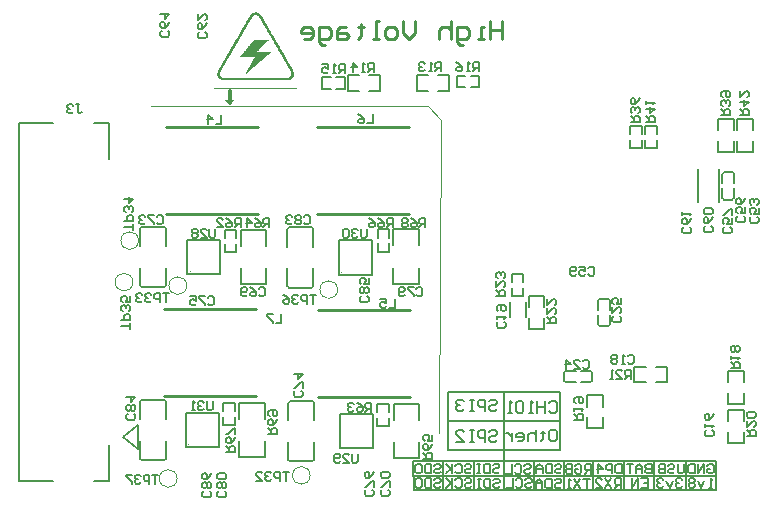
<source format=gbo>
G04*
G04 #@! TF.GenerationSoftware,Altium Limited,Altium Designer,23.1.1 (15)*
G04*
G04 Layer_Color=32896*
%FSLAX44Y44*%
%MOMM*%
G71*
G04*
G04 #@! TF.SameCoordinates,D1EA7B9B-11C4-41B5-954D-5070AA3C9977*
G04*
G04*
G04 #@! TF.FilePolarity,Positive*
G04*
G01*
G75*
%ADD10C,0.1000*%
%ADD13C,0.2540*%
%ADD15C,0.1524*%
%ADD16C,0.2000*%
%ADD17C,0.1270*%
%ADD19C,0.3048*%
%ADD185C,0.1500*%
%ADD186C,0.0762*%
G36*
X239522Y427482D02*
X240721Y429145D01*
X243332Y432562D01*
X235712D01*
X239522Y427482D01*
D02*
G37*
G36*
X268910Y443127D02*
X296302D01*
Y442442D01*
X226452D01*
Y443127D01*
X268568D01*
X268910D01*
D02*
G37*
G36*
X262062Y506471D02*
X263432D01*
Y506129D01*
X264116D01*
Y505786D01*
X264459D01*
Y505444D01*
X265144D01*
Y505101D01*
X265486D01*
Y504759D01*
X265828D01*
Y504417D01*
X266171D01*
Y503732D01*
X266513D01*
Y503389D01*
X266856D01*
Y502705D01*
X267198D01*
Y502020D01*
X267540D01*
Y501677D01*
X267883D01*
Y500993D01*
X268225D01*
Y500308D01*
X268568D01*
Y499623D01*
X268910D01*
Y499281D01*
X269252D01*
Y498596D01*
X269595D01*
Y497911D01*
X269937D01*
Y497226D01*
X270280D01*
Y496884D01*
X270622D01*
Y496199D01*
X270965D01*
Y495514D01*
X271307D01*
Y495172D01*
X271649D01*
Y494487D01*
X271992D01*
Y493802D01*
X272334D01*
Y493460D01*
X272677D01*
Y492775D01*
X273019D01*
Y492090D01*
X273361D01*
Y491748D01*
X273704D01*
Y491063D01*
X274046D01*
Y490378D01*
X274389D01*
Y489693D01*
X274731D01*
Y489008D01*
X275073D01*
Y488666D01*
X275416D01*
Y487981D01*
X275758D01*
Y487296D01*
X276101D01*
Y486612D01*
X276443D01*
Y486269D01*
X276785D01*
Y485584D01*
X277128D01*
Y484900D01*
X277470D01*
Y484557D01*
X277812D01*
Y483872D01*
X278155D01*
Y483188D01*
X278497D01*
Y482845D01*
X278840D01*
Y482160D01*
X279182D01*
Y481476D01*
X279524D01*
Y481133D01*
X279867D01*
Y480448D01*
X280209D01*
Y479764D01*
X280552D01*
Y479079D01*
X280894D01*
Y478394D01*
X281236D01*
Y478052D01*
X281579D01*
Y477367D01*
X281921D01*
Y476682D01*
X282264D01*
Y475997D01*
X282606D01*
Y475655D01*
X282948D01*
Y474970D01*
X283291D01*
Y474285D01*
X283633D01*
Y473943D01*
X283976D01*
Y473258D01*
X284318D01*
Y472573D01*
X284660D01*
Y472231D01*
X285003D01*
Y471546D01*
X285345D01*
Y470861D01*
X285688D01*
Y470519D01*
X286030D01*
Y469834D01*
X286373D01*
Y469149D01*
X286715D01*
Y468464D01*
X287057D01*
Y467780D01*
X287400D01*
Y467437D01*
X287742D01*
Y466752D01*
X288085D01*
Y466068D01*
X288427D01*
Y465383D01*
X288769D01*
Y465040D01*
X289112D01*
Y464356D01*
X289454D01*
Y463671D01*
X289797D01*
Y463328D01*
X290139D01*
Y462644D01*
X290481D01*
Y461959D01*
X290824D01*
Y461616D01*
X291166D01*
Y460932D01*
X291509D01*
Y460247D01*
X291851D01*
Y459904D01*
X292193D01*
Y459220D01*
X292536D01*
Y458535D01*
X292878D01*
Y457850D01*
X293221D01*
Y456823D01*
X293563D01*
Y455796D01*
X293905D01*
Y453399D01*
X293563D01*
Y452371D01*
X293221D01*
Y451687D01*
X292878D01*
Y451344D01*
X292536D01*
Y451002D01*
X292193D01*
Y450659D01*
X291851D01*
Y450317D01*
X291166D01*
Y449975D01*
X290481D01*
Y449632D01*
X289454D01*
Y449290D01*
X232958D01*
Y449632D01*
X232273D01*
Y449975D01*
X231588D01*
Y450317D01*
X230903D01*
Y450659D01*
X230561D01*
Y451002D01*
X230219D01*
Y451344D01*
X229876D01*
Y451687D01*
X229534D01*
Y452371D01*
X229191D01*
Y453399D01*
X228849D01*
Y455796D01*
X229191D01*
Y457165D01*
X229534D01*
Y457850D01*
X229876D01*
Y458535D01*
X230219D01*
Y459220D01*
X230561D01*
Y459904D01*
X230903D01*
Y460247D01*
X231246D01*
Y460932D01*
X231588D01*
Y461616D01*
X231931D01*
Y461959D01*
X232273D01*
Y462644D01*
X232615D01*
Y463328D01*
X232958D01*
Y464013D01*
X233300D01*
Y464356D01*
X233643D01*
Y465040D01*
X233985D01*
Y465725D01*
X234327D01*
Y466068D01*
X234670D01*
Y466752D01*
X235012D01*
Y467437D01*
X235355D01*
Y467780D01*
X235697D01*
Y468464D01*
X236040D01*
Y469149D01*
X236382D01*
Y469834D01*
X236724D01*
Y470519D01*
X237067D01*
Y470861D01*
X237409D01*
Y471546D01*
X237752D01*
Y472231D01*
X238094D01*
Y472573D01*
X238436D01*
Y473258D01*
X238779D01*
Y473943D01*
X239121D01*
Y474285D01*
X239464D01*
Y474970D01*
X239806D01*
Y475655D01*
X240148D01*
Y475997D01*
X240491D01*
Y476682D01*
X240833D01*
Y477367D01*
X241175D01*
Y478052D01*
X241518D01*
Y478394D01*
X241860D01*
Y479079D01*
X242203D01*
Y479764D01*
X242545D01*
Y480448D01*
X242887D01*
Y481133D01*
X243230D01*
Y481476D01*
X243572D01*
Y482160D01*
X243915D01*
Y482845D01*
X244257D01*
Y483188D01*
X244599D01*
Y483872D01*
X244942D01*
Y484557D01*
X245284D01*
Y484900D01*
X245627D01*
Y485584D01*
X245969D01*
Y486269D01*
X246311D01*
Y486612D01*
X246654D01*
Y487296D01*
X246996D01*
Y487981D01*
X247339D01*
Y488666D01*
X247681D01*
Y489351D01*
X248023D01*
Y489693D01*
X248366D01*
Y490378D01*
X248708D01*
Y491063D01*
X249051D01*
Y491748D01*
X249393D01*
Y492090D01*
X249736D01*
Y492775D01*
X250078D01*
Y493460D01*
X250420D01*
Y493802D01*
X250763D01*
Y494487D01*
X251105D01*
Y495172D01*
X251448D01*
Y495514D01*
X251790D01*
Y496199D01*
X252132D01*
Y496884D01*
X252475D01*
Y497226D01*
X252817D01*
Y497911D01*
X253160D01*
Y498596D01*
X253502D01*
Y499281D01*
X253844D01*
Y499623D01*
X254187D01*
Y500308D01*
X254529D01*
Y500993D01*
X254872D01*
Y501677D01*
X255214D01*
Y502020D01*
X255556D01*
Y502705D01*
X255899D01*
Y503389D01*
X256241D01*
Y503732D01*
X256584D01*
Y504417D01*
X256926D01*
Y504759D01*
X257268D01*
Y505101D01*
X257611D01*
Y505444D01*
X258296D01*
Y505786D01*
X258638D01*
Y506129D01*
X259323D01*
Y506471D01*
X260692D01*
Y506813D01*
X262062D01*
Y506471D01*
D02*
G37*
%LPC*%
G36*
X262747Y504417D02*
X260008D01*
Y504074D01*
X259665D01*
Y503732D01*
X258980D01*
Y503389D01*
X258638D01*
Y502705D01*
X258296D01*
Y502362D01*
X257953D01*
Y501677D01*
X257611D01*
Y501335D01*
X257268D01*
Y500650D01*
X256926D01*
Y499965D01*
X256584D01*
Y499623D01*
X256241D01*
Y498938D01*
X255899D01*
Y498253D01*
X255556D01*
Y497569D01*
X255214D01*
Y497226D01*
X254872D01*
Y496541D01*
X254529D01*
Y495857D01*
X254187D01*
Y495514D01*
X253844D01*
Y494829D01*
X253502D01*
Y494145D01*
X253160D01*
Y493460D01*
X252817D01*
Y493117D01*
X252475D01*
Y492433D01*
X252132D01*
Y491748D01*
X251790D01*
Y491063D01*
X251448D01*
Y490720D01*
X251105D01*
Y490036D01*
X250763D01*
Y489351D01*
X250420D01*
Y489008D01*
X250078D01*
Y488324D01*
X249736D01*
Y487639D01*
X249393D01*
Y487296D01*
X249051D01*
Y486612D01*
X248708D01*
Y485927D01*
X248366D01*
Y485242D01*
X248023D01*
Y484900D01*
X247681D01*
Y484215D01*
X247339D01*
Y483530D01*
X246996D01*
Y482845D01*
X246654D01*
Y482503D01*
X246311D01*
Y481818D01*
X245969D01*
Y481133D01*
X245627D01*
Y480448D01*
X245284D01*
Y480106D01*
X244942D01*
Y479421D01*
X244599D01*
Y478736D01*
X244257D01*
Y478394D01*
X243915D01*
Y477709D01*
X243572D01*
Y477024D01*
X243230D01*
Y476682D01*
X242887D01*
Y475997D01*
X242545D01*
Y475312D01*
X242203D01*
Y474970D01*
X241860D01*
Y474285D01*
X241518D01*
Y473600D01*
X241175D01*
Y472916D01*
X240833D01*
Y472231D01*
X240491D01*
Y471888D01*
X240148D01*
Y471204D01*
X239806D01*
Y470519D01*
X239464D01*
Y469834D01*
X239121D01*
Y469492D01*
X238779D01*
Y468807D01*
X238436D01*
Y468122D01*
X238094D01*
Y467780D01*
X237752D01*
Y467095D01*
X237409D01*
Y466410D01*
X237067D01*
Y466068D01*
X236724D01*
Y465383D01*
X236382D01*
Y464698D01*
X236040D01*
Y464356D01*
X235697D01*
Y463671D01*
X235355D01*
Y462986D01*
X235012D01*
Y462301D01*
X234670D01*
Y461616D01*
X234327D01*
Y461274D01*
X233985D01*
Y460589D01*
X233643D01*
Y459904D01*
X233300D01*
Y459562D01*
X232958D01*
Y458877D01*
X232615D01*
Y458192D01*
X232273D01*
Y457508D01*
X231931D01*
Y457165D01*
X231588D01*
Y456480D01*
X231246D01*
Y455111D01*
X230903D01*
Y454084D01*
X231246D01*
Y453056D01*
X231588D01*
Y452714D01*
X231931D01*
Y452371D01*
X232273D01*
Y452029D01*
X232615D01*
Y451687D01*
X233643D01*
Y451344D01*
X289112D01*
Y451687D01*
X289797D01*
Y452029D01*
X290481D01*
Y452371D01*
X290824D01*
Y452714D01*
X291166D01*
Y453056D01*
X291509D01*
Y454426D01*
X291851D01*
Y454768D01*
X291509D01*
Y456138D01*
X291166D01*
Y457165D01*
X290824D01*
Y457508D01*
X290481D01*
Y458192D01*
X290139D01*
Y458877D01*
X289797D01*
Y459220D01*
X289454D01*
Y459904D01*
X289112D01*
Y460589D01*
X288769D01*
Y461274D01*
X288427D01*
Y461616D01*
X288085D01*
Y462301D01*
X287742D01*
Y462986D01*
X287400D01*
Y463671D01*
X287057D01*
Y464356D01*
X286715D01*
Y464698D01*
X286373D01*
Y465383D01*
X286030D01*
Y466068D01*
X285688D01*
Y466410D01*
X285345D01*
Y467095D01*
X285003D01*
Y467780D01*
X284660D01*
Y468122D01*
X284318D01*
Y468807D01*
X283976D01*
Y469492D01*
X283633D01*
Y469834D01*
X283291D01*
Y470519D01*
X282948D01*
Y471204D01*
X282606D01*
Y471888D01*
X282264D01*
Y472231D01*
X281921D01*
Y472916D01*
X281579D01*
Y473600D01*
X281236D01*
Y474285D01*
X280894D01*
Y474628D01*
X280552D01*
Y475312D01*
X280209D01*
Y475997D01*
X279867D01*
Y476682D01*
X279524D01*
Y477024D01*
X279182D01*
Y477709D01*
X278840D01*
Y478394D01*
X278497D01*
Y478736D01*
X278155D01*
Y479421D01*
X277812D01*
Y480106D01*
X277470D01*
Y480448D01*
X277128D01*
Y481133D01*
X276785D01*
Y481818D01*
X276443D01*
Y482503D01*
X276101D01*
Y482845D01*
X275758D01*
Y483530D01*
X275416D01*
Y484215D01*
X275073D01*
Y484900D01*
X274731D01*
Y485242D01*
X274389D01*
Y485927D01*
X274046D01*
Y486612D01*
X273704D01*
Y486954D01*
X273361D01*
Y487639D01*
X273019D01*
Y488324D01*
X272677D01*
Y489008D01*
X272334D01*
Y489351D01*
X271992D01*
Y490036D01*
X271649D01*
Y490720D01*
X271307D01*
Y491063D01*
X270965D01*
Y491748D01*
X270622D01*
Y492433D01*
X270280D01*
Y493117D01*
X269937D01*
Y493460D01*
X269595D01*
Y494145D01*
X269252D01*
Y494829D01*
X268910D01*
Y495514D01*
X268568D01*
Y495857D01*
X268225D01*
Y496541D01*
X267883D01*
Y497226D01*
X267540D01*
Y497569D01*
X267198D01*
Y498253D01*
X266856D01*
Y498938D01*
X266513D01*
Y499281D01*
X266171D01*
Y499965D01*
X265828D01*
Y500650D01*
X265486D01*
Y501335D01*
X265144D01*
Y501677D01*
X264801D01*
Y502362D01*
X264459D01*
Y502705D01*
X264116D01*
Y503389D01*
X263774D01*
Y503732D01*
X263089D01*
Y504074D01*
X262747D01*
Y504417D01*
D02*
G37*
%LPD*%
G36*
X272334Y482845D02*
X271992D01*
Y482503D01*
X271307D01*
Y482160D01*
X270965D01*
Y481818D01*
X270622D01*
Y481476D01*
X270280D01*
Y481133D01*
X269937D01*
Y480791D01*
X269595D01*
Y480448D01*
X269252D01*
Y480106D01*
X268910D01*
Y479764D01*
X268568D01*
Y479421D01*
X268225D01*
Y479079D01*
X267883D01*
Y478736D01*
X267540D01*
Y478394D01*
X267198D01*
Y478052D01*
X266856D01*
Y477709D01*
X266513D01*
Y477367D01*
X266171D01*
Y477024D01*
X265828D01*
Y476682D01*
X265486D01*
Y476340D01*
X265144D01*
Y475997D01*
X264801D01*
Y475655D01*
X264459D01*
Y475312D01*
X264116D01*
Y474970D01*
X263774D01*
Y474628D01*
X263432D01*
Y474285D01*
X262747D01*
Y473600D01*
X274731D01*
Y473258D01*
X274389D01*
Y472916D01*
X274046D01*
Y472573D01*
X273704D01*
Y472231D01*
X273361D01*
Y471888D01*
X272677D01*
Y471546D01*
X272334D01*
Y471204D01*
X271992D01*
Y470861D01*
X271649D01*
Y470519D01*
X271307D01*
Y470176D01*
X270965D01*
Y469834D01*
X270280D01*
Y469492D01*
X269937D01*
Y469149D01*
X269595D01*
Y468807D01*
X269252D01*
Y468464D01*
X268910D01*
Y468122D01*
X268568D01*
Y467780D01*
X268225D01*
Y467437D01*
X267540D01*
Y467095D01*
X267198D01*
Y466752D01*
X266856D01*
Y466410D01*
X266513D01*
Y466068D01*
X266171D01*
Y465725D01*
X265486D01*
Y465383D01*
X265144D01*
Y465040D01*
X264801D01*
Y464698D01*
X264459D01*
Y464356D01*
X264116D01*
Y464013D01*
X263774D01*
Y463671D01*
X263432D01*
Y463328D01*
X262747D01*
Y462986D01*
X262404D01*
Y462644D01*
X262062D01*
Y462301D01*
X261720D01*
Y461959D01*
X261377D01*
Y461616D01*
X261035D01*
Y461274D01*
X260350D01*
Y460932D01*
X260008D01*
Y460589D01*
X259665D01*
Y460247D01*
X259323D01*
Y459904D01*
X258980D01*
Y459562D01*
X258638D01*
Y459220D01*
X257953D01*
Y458877D01*
X257611D01*
Y458535D01*
X257268D01*
Y458192D01*
X256926D01*
Y457850D01*
X256584D01*
Y457508D01*
X256241D01*
Y457165D01*
X255899D01*
Y456823D01*
X255214D01*
Y456480D01*
X254872D01*
Y456138D01*
X254529D01*
Y455796D01*
X254187D01*
Y455453D01*
X253844D01*
Y455111D01*
X253160D01*
Y454768D01*
X252817D01*
Y454426D01*
X252475D01*
Y455111D01*
X252817D01*
Y455453D01*
X253160D01*
Y456138D01*
X253502D01*
Y456823D01*
X253844D01*
Y457508D01*
X254187D01*
Y457850D01*
X254529D01*
Y458535D01*
X254872D01*
Y459220D01*
X255214D01*
Y459904D01*
X255556D01*
Y460247D01*
X255899D01*
Y460932D01*
X256241D01*
Y461616D01*
X256584D01*
Y461959D01*
X256926D01*
Y462644D01*
X257268D01*
Y463328D01*
X257611D01*
Y464013D01*
X257953D01*
Y464356D01*
X258296D01*
Y465040D01*
X258638D01*
Y465725D01*
X258980D01*
Y466410D01*
X259323D01*
Y467095D01*
X259665D01*
Y467437D01*
X260008D01*
Y468122D01*
X260350D01*
Y468807D01*
X247681D01*
Y469149D01*
X248023D01*
Y469492D01*
X248366D01*
Y469834D01*
X248708D01*
Y470176D01*
X249051D01*
Y470519D01*
X249393D01*
Y471204D01*
X249736D01*
Y471546D01*
X250078D01*
Y471888D01*
X250420D01*
Y472231D01*
X250763D01*
Y472573D01*
X251105D01*
Y472916D01*
X251448D01*
Y473600D01*
X251790D01*
Y473943D01*
X252132D01*
Y474285D01*
X252475D01*
Y474628D01*
X252817D01*
Y474970D01*
X253160D01*
Y475655D01*
X253502D01*
Y475997D01*
X253844D01*
Y476340D01*
X254187D01*
Y476682D01*
X254529D01*
Y477024D01*
X254872D01*
Y477709D01*
X255214D01*
Y478052D01*
X255556D01*
Y478394D01*
X255899D01*
Y478736D01*
X256241D01*
Y479079D01*
X256584D01*
Y479421D01*
X256926D01*
Y479764D01*
X257268D01*
Y480448D01*
X257611D01*
Y480791D01*
X257953D01*
Y481133D01*
X258296D01*
Y481476D01*
X258638D01*
Y482160D01*
X258980D01*
Y482503D01*
X259323D01*
Y482845D01*
X259665D01*
Y483188D01*
X272334D01*
Y482845D01*
D02*
G37*
G36*
X252475Y454084D02*
X252132D01*
Y454426D01*
X252475D01*
Y454084D01*
D02*
G37*
D10*
X206083Y287553D02*
G03*
X206083Y287553I-500J0D01*
G01*
X334353Y287041D02*
G03*
X334353Y287041I-500J0D01*
G01*
X204813Y140991D02*
G03*
X204813Y140991I-500J0D01*
G01*
X335320Y140100D02*
G03*
X335320Y140100I-500J0D01*
G01*
X307495Y114882D02*
G03*
X307495Y114882I-7500J0D01*
G01*
X194806Y112289D02*
G03*
X194806Y112289I-7500J0D01*
G01*
X202885Y275544D02*
G03*
X202885Y275544I-7500J0D01*
G01*
X157408Y278522D02*
G03*
X157408Y278522I-7500J0D01*
G01*
X162186Y313690D02*
G03*
X162186Y313690I-7500J0D01*
G01*
X330696Y272219D02*
G03*
X330696Y272219I-7500J0D01*
G01*
D13*
X183868Y256004D02*
X261867D01*
X183868Y182004D02*
X261867D01*
X314375Y254988D02*
X392374D01*
X314375Y180988D02*
X392374D01*
X313408Y410061D02*
X391407D01*
X313408Y336061D02*
X391407D01*
X185138Y410061D02*
X263137D01*
X185138Y336061D02*
X263137D01*
X470154Y499865D02*
Y484630D01*
Y492248D01*
X459997D01*
Y499865D01*
Y484630D01*
X454919D02*
X449841D01*
X452380D01*
Y494787D01*
X454919D01*
X437145Y479552D02*
X434605D01*
X432066Y482091D01*
Y494787D01*
X439684D01*
X442223Y492248D01*
Y487169D01*
X439684Y484630D01*
X432066D01*
X426988Y499865D02*
Y484630D01*
Y492248D01*
X424449Y494787D01*
X419370D01*
X416831Y492248D01*
Y484630D01*
X396518Y499865D02*
Y489709D01*
X391440Y484630D01*
X386361Y489709D01*
Y499865D01*
X378744Y484630D02*
X373665D01*
X371126Y487169D01*
Y492248D01*
X373665Y494787D01*
X378744D01*
X381283Y492248D01*
Y487169D01*
X378744Y484630D01*
X366048D02*
X360969D01*
X363508D01*
Y499865D01*
X366048D01*
X350813Y497326D02*
Y494787D01*
X353352D01*
X348273D01*
X350813D01*
Y487169D01*
X348273Y484630D01*
X338117Y494787D02*
X333038D01*
X330499Y492248D01*
Y484630D01*
X338117D01*
X340656Y487169D01*
X338117Y489709D01*
X330499D01*
X320342Y479552D02*
X317803D01*
X315264Y482091D01*
Y494787D01*
X322882D01*
X325421Y492248D01*
Y487169D01*
X322882Y484630D01*
X315264D01*
X302568D02*
X307647D01*
X310186Y487169D01*
Y492248D01*
X307647Y494787D01*
X302568D01*
X300029Y492248D01*
Y489709D01*
X310186D01*
D15*
X309397Y126764D02*
G03*
X310921Y128288I0J1524D01*
G01*
X289069D02*
G03*
X290593Y126764I1524J0D01*
G01*
X310921Y176512D02*
G03*
X309397Y178036I-1524J0D01*
G01*
X290593D02*
G03*
X289069Y176512I0J-1524D01*
G01*
X183970Y127655D02*
G03*
X185494Y129179I0J1524D01*
G01*
X163642D02*
G03*
X165166Y127655I1524J0D01*
G01*
X185494Y177403D02*
G03*
X183970Y178927I-1524J0D01*
G01*
X165166D02*
G03*
X163642Y177403I0J-1524D01*
G01*
X183970Y274217D02*
G03*
X185494Y275741I0J1524D01*
G01*
X163642D02*
G03*
X165166Y274217I1524J0D01*
G01*
X185494Y323965D02*
G03*
X183970Y325489I-1524J0D01*
G01*
X165166D02*
G03*
X163642Y323965I0J-1524D01*
G01*
X308430Y273705D02*
G03*
X309954Y275229I0J1524D01*
G01*
X288102D02*
G03*
X289626Y273705I1524J0D01*
G01*
X309954Y323453D02*
G03*
X308430Y324977I-1524J0D01*
G01*
X289626D02*
G03*
X288102Y323453I0J-1524D01*
G01*
X552798Y264510D02*
G03*
X551274Y262986I0J-1524D01*
G01*
X561246D02*
G03*
X559722Y264510I-1524J0D01*
G01*
X551274Y242660D02*
G03*
X552798Y241136I1524J0D01*
G01*
X559722D02*
G03*
X561246Y242660I0J1524D01*
G01*
X522744Y195148D02*
G03*
X524268Y193624I1524J0D01*
G01*
Y203596D02*
G03*
X522744Y202072I0J-1524D01*
G01*
X544594Y193624D02*
G03*
X546118Y195148I0J1524D01*
G01*
Y202072D02*
G03*
X544594Y203596I-1524J0D01*
G01*
X664816Y348403D02*
G03*
X666340Y349927I0J1524D01*
G01*
X656368D02*
G03*
X657892Y348403I1524J0D01*
G01*
X666340Y370253D02*
G03*
X664816Y371777I-1524J0D01*
G01*
X657892D02*
G03*
X656368Y370253I0J-1524D01*
G01*
X243804Y169071D02*
Y176251D01*
X233832D02*
X243804D01*
X233832Y169071D02*
Y176251D01*
X243804Y157366D02*
Y164547D01*
X233832Y157366D02*
X243804D01*
X233832D02*
Y164547D01*
X399724Y129289D02*
Y142888D01*
X378143Y129289D02*
X399724D01*
X378143D02*
Y142888D01*
X399724Y161912D02*
Y175511D01*
X378143D02*
X399724D01*
X378143Y161912D02*
Y175511D01*
X364339Y156475D02*
Y163656D01*
Y156475D02*
X374311D01*
Y163656D01*
X364339Y168180D02*
Y175360D01*
X374311D01*
Y168180D02*
Y175360D01*
X289069Y128288D02*
Y143138D01*
X310921Y128288D02*
Y143138D01*
X290593Y126764D02*
X309397D01*
X289069Y161662D02*
Y176512D01*
X310921Y161662D02*
Y176512D01*
X290593Y178036D02*
X309397D01*
X269217Y130180D02*
Y143779D01*
X247635Y130180D02*
X269217D01*
X247635D02*
Y143779D01*
X269217Y162803D02*
Y176402D01*
X247635D02*
X269217D01*
X247635Y162803D02*
Y176402D01*
X163642Y129179D02*
Y144029D01*
X185494Y129179D02*
Y144029D01*
X165166Y127655D02*
X183970D01*
X163642Y162553D02*
Y177403D01*
X185494Y162553D02*
Y177403D01*
X165166Y178927D02*
X183970D01*
X163642Y275741D02*
Y290591D01*
X185494Y275741D02*
Y290591D01*
X165166Y274217D02*
X183970D01*
X163642Y309115D02*
Y323965D01*
X185494Y309115D02*
Y323965D01*
X165166Y325489D02*
X183970D01*
X235102Y303928D02*
Y311109D01*
Y303928D02*
X245074D01*
Y311109D01*
X235102Y315633D02*
Y322813D01*
X245074D01*
Y315633D02*
Y322813D01*
X270487Y276742D02*
Y290341D01*
X248905Y276742D02*
X270487D01*
X248905D02*
Y290341D01*
X270487Y309365D02*
Y322964D01*
X248905D02*
X270487D01*
X248905Y309365D02*
Y322964D01*
X399411Y277061D02*
Y290660D01*
X377829Y277061D02*
X399411D01*
X377829D02*
Y290660D01*
X399411Y309684D02*
Y323283D01*
X377829D02*
X399411D01*
X377829Y309684D02*
Y323283D01*
X364584Y304247D02*
Y311428D01*
Y304247D02*
X374556D01*
Y311428D01*
X364584Y315952D02*
Y323133D01*
X374556D01*
Y315952D02*
Y323133D01*
X288102Y275229D02*
Y290079D01*
X309954Y275229D02*
Y290079D01*
X289626Y273705D02*
X308430D01*
X288102Y308603D02*
Y323453D01*
X309954Y308603D02*
Y323453D01*
X289626Y324977D02*
X308430D01*
X478122Y266666D02*
Y273846D01*
Y266666D02*
X488094D01*
Y273846D01*
X478122Y278370D02*
Y285551D01*
X488094D01*
Y278370D02*
Y285551D01*
X492404Y257085D02*
Y266674D01*
X505616D01*
Y257085D02*
Y266674D01*
X492404Y238972D02*
Y248561D01*
Y238972D02*
X505616Y238972D01*
Y248561D01*
X561246Y255085D02*
Y262986D01*
X551274Y255085D02*
Y262986D01*
X552798Y264510D02*
X559722D01*
X561246Y242660D02*
Y250561D01*
X551274Y242660D02*
Y250561D01*
X552798Y241136D02*
X559722D01*
X524268Y203596D02*
X532169D01*
X524268Y193624D02*
X532169D01*
X522744Y195148D02*
Y202072D01*
X536693Y203596D02*
X544594D01*
X536693Y193624D02*
X544594D01*
X546118Y195148D02*
Y202072D01*
X555246Y155059D02*
Y164648D01*
X542034Y155059D02*
X555246D01*
X542034D02*
Y164648D01*
X555246Y173172D02*
Y182761D01*
X542034D02*
X555246D01*
X542034Y173172D02*
Y182761D01*
X581977Y193624D02*
X591566D01*
X581977D02*
Y206836D01*
X591566D01*
X600090Y193624D02*
X609679D01*
Y206836D01*
X600090D02*
X609679D01*
X674626Y175466D02*
Y185054D01*
X661414Y175466D02*
X674626D01*
X661414D02*
Y185054D01*
X674626Y193578D02*
Y203167D01*
X661414D02*
X674626D01*
X661414Y193578D02*
Y203167D01*
X674626Y142445D02*
Y152034D01*
X661414Y142445D02*
X674626D01*
X661414D02*
Y152034D01*
X674626Y160558D02*
Y170147D01*
X661414D02*
X674626D01*
X661414Y160558D02*
Y170147D01*
X666240Y388825D02*
Y398414D01*
X653028Y388825D02*
X666240D01*
X653028D02*
Y398414D01*
X666240Y406939D02*
Y416527D01*
X653028Y416527D02*
X666240Y416527D01*
X653028Y406939D02*
Y416527D01*
X682246Y388825D02*
Y398414D01*
X669034Y388825D02*
X682246Y388825D01*
X669034Y388825D02*
Y398414D01*
X682246Y406939D02*
Y416527D01*
X669034D02*
X682246D01*
X669034Y406939D02*
Y416527D01*
X657892Y348403D02*
X664816D01*
X656368Y349927D02*
Y357828D01*
X666340Y349927D02*
Y357828D01*
X657892Y371777D02*
X664816D01*
X656368Y362352D02*
Y370253D01*
X666340Y362352D02*
Y370253D01*
X588358Y403572D02*
Y410752D01*
X578386D02*
X588358D01*
X578386Y403572D02*
Y410752D01*
X588358Y391867D02*
Y399048D01*
X578386Y391867D02*
X588358D01*
X578386D02*
Y399048D01*
X601124Y403572D02*
Y410752D01*
X591152D02*
X601124D01*
X591152Y403572D02*
Y410752D01*
X601124Y391867D02*
Y399048D01*
X591152Y391867D02*
X601124Y391867D01*
X591152Y391867D02*
Y399048D01*
X431766Y453296D02*
X438946D01*
X431766Y443324D02*
Y453296D01*
Y443324D02*
X438946D01*
X443470Y453296D02*
X450651D01*
Y443324D02*
Y453296D01*
X443470Y443324D02*
X450651D01*
X397715Y440434D02*
X407304D01*
X397715D02*
Y453646D01*
X407304D01*
X415829Y440434D02*
X425417D01*
Y453646D01*
X415829D02*
X425417D01*
X339296Y440434D02*
X348884D01*
X339296D02*
Y453646D01*
X348884D01*
X357408Y440434D02*
X366997D01*
X366997Y453646D01*
X357408D02*
X366997D01*
X329404Y442054D02*
X336584D01*
Y452026D01*
X329404D02*
X336584D01*
X317699Y442054D02*
X324880D01*
X317699D02*
Y452026D01*
X324880D01*
X161299Y136898D02*
Y157218D01*
X149361Y147058D02*
X161299Y157218D01*
X149361Y147058D02*
X161299Y136898D01*
X124494Y413227D02*
X137319D01*
X124494Y110228D02*
X137319D01*
X61319D02*
Y413227D01*
X90144D01*
X137319Y382903D02*
Y413227D01*
Y110228D02*
Y140553D01*
X61319Y110228D02*
X90144D01*
D16*
X476358Y248728D02*
Y261453D01*
X489858Y248728D02*
Y261453D01*
X635485Y346029D02*
Y374151D01*
X653606Y346029D02*
Y374151D01*
X511670Y153729D02*
X515002D01*
X516668Y152063D01*
Y145398D01*
X515002Y143732D01*
X511670D01*
X510004Y145398D01*
Y152063D01*
X511670Y153729D01*
X505005Y152063D02*
Y150396D01*
X506671D01*
X503339D01*
X505005D01*
Y145398D01*
X503339Y143732D01*
X498341Y153729D02*
Y143732D01*
Y148730D01*
X496674Y150396D01*
X493342D01*
X491676Y148730D01*
Y143732D01*
X483345D02*
X486678D01*
X488344Y145398D01*
Y148730D01*
X486678Y150396D01*
X483345D01*
X481679Y148730D01*
Y147064D01*
X488344D01*
X478347Y150396D02*
Y143732D01*
Y147064D01*
X476681Y148730D01*
X475015Y150396D01*
X473349D01*
X459203Y151809D02*
X460870Y153475D01*
X464202D01*
X465868Y151809D01*
Y150142D01*
X464202Y148476D01*
X460870D01*
X459203Y146810D01*
Y145144D01*
X460870Y143478D01*
X464202D01*
X465868Y145144D01*
X455871Y143478D02*
Y153475D01*
X450873D01*
X449207Y151809D01*
Y148476D01*
X450873Y146810D01*
X455871D01*
X445874Y153475D02*
X442542D01*
X444208D01*
Y143478D01*
X445874D01*
X442542D01*
X430879D02*
X437544D01*
X430879Y150142D01*
Y151809D01*
X432545Y153475D01*
X435878D01*
X437544Y151809D01*
X459203Y177463D02*
X460870Y179129D01*
X464202D01*
X465868Y177463D01*
Y175797D01*
X464202Y174130D01*
X460870D01*
X459203Y172464D01*
Y170798D01*
X460870Y169132D01*
X464202D01*
X465868Y170798D01*
X455871Y169132D02*
Y179129D01*
X450873D01*
X449207Y177463D01*
Y174130D01*
X450873Y172464D01*
X455871D01*
X445874Y179129D02*
X442542D01*
X444208D01*
Y169132D01*
X445874D01*
X442542D01*
X437544Y177463D02*
X435878Y179129D01*
X432545D01*
X430879Y177463D01*
Y175797D01*
X432545Y174130D01*
X434212D01*
X432545D01*
X430879Y172464D01*
Y170798D01*
X432545Y169132D01*
X435878D01*
X437544Y170798D01*
X509749Y176447D02*
X511416Y178113D01*
X514748D01*
X516414Y176447D01*
Y169782D01*
X514748Y168116D01*
X511416D01*
X509749Y169782D01*
X506417Y178113D02*
Y168116D01*
Y173114D01*
X499753D01*
Y178113D01*
Y168116D01*
X496420D02*
X493088D01*
X494754D01*
Y178113D01*
X496420Y176447D01*
X488090D02*
X486424Y178113D01*
X483091D01*
X481425Y176447D01*
Y169782D01*
X483091Y168116D01*
X486424D01*
X488090Y169782D01*
Y176447D01*
X478093Y168116D02*
X474761D01*
X476427D01*
Y178113D01*
X478093Y176447D01*
X412530Y111280D02*
X413863Y112613D01*
X416529D01*
X417862Y111280D01*
Y109948D01*
X416529Y108615D01*
X413863D01*
X412530Y107282D01*
Y105949D01*
X413863Y104616D01*
X416529D01*
X417862Y105949D01*
X409865Y112613D02*
Y104616D01*
X405866D01*
X404533Y105949D01*
Y111280D01*
X405866Y112613D01*
X409865D01*
X397868D02*
X400534D01*
X401867Y111280D01*
Y105949D01*
X400534Y104616D01*
X397868D01*
X396536Y105949D01*
Y111280D01*
X397868Y112613D01*
X438438Y111026D02*
X439771Y112359D01*
X442437D01*
X443770Y111026D01*
Y109694D01*
X442437Y108361D01*
X439771D01*
X438438Y107028D01*
Y105695D01*
X439771Y104362D01*
X442437D01*
X443770Y105695D01*
X430441Y111026D02*
X431774Y112359D01*
X434440D01*
X435773Y111026D01*
Y105695D01*
X434440Y104362D01*
X431774D01*
X430441Y105695D01*
X427775Y112359D02*
Y104362D01*
Y107028D01*
X422444Y112359D01*
X426442Y108361D01*
X422444Y104362D01*
X462633Y110931D02*
X463966Y112264D01*
X466632D01*
X467965Y110931D01*
Y109598D01*
X466632Y108265D01*
X463966D01*
X462633Y106932D01*
Y105600D01*
X463966Y104267D01*
X466632D01*
X467965Y105600D01*
X459967Y112264D02*
Y104267D01*
X455969D01*
X454636Y105600D01*
Y110931D01*
X455969Y112264D01*
X459967D01*
X451970D02*
X449304D01*
X450637D01*
Y104267D01*
X451970D01*
X449304D01*
X489559Y111035D02*
X490892Y112368D01*
X493558D01*
X494891Y111035D01*
Y109703D01*
X493558Y108370D01*
X490892D01*
X489559Y107037D01*
Y105704D01*
X490892Y104371D01*
X493558D01*
X494891Y105704D01*
X481562Y111035D02*
X482895Y112368D01*
X485560D01*
X486893Y111035D01*
Y105704D01*
X485560Y104371D01*
X482895D01*
X481562Y105704D01*
X478896Y112368D02*
Y104371D01*
X473564D01*
X514705Y110781D02*
X516038Y112114D01*
X518704D01*
X520037Y110781D01*
Y109448D01*
X518704Y108116D01*
X516038D01*
X514705Y106783D01*
Y105450D01*
X516038Y104117D01*
X518704D01*
X520037Y105450D01*
X512039Y112114D02*
Y104117D01*
X508041D01*
X506708Y105450D01*
Y110781D01*
X508041Y112114D01*
X512039D01*
X504042Y104117D02*
Y109448D01*
X501376Y112114D01*
X498710Y109448D01*
Y104117D01*
Y108116D01*
X504042D01*
X544192Y112114D02*
X538860D01*
X541526D01*
Y104117D01*
X536195Y112114D02*
X530863Y104117D01*
Y112114D02*
X536195Y104117D01*
X528197D02*
X525531D01*
X526864D01*
Y112114D01*
X528197Y110781D01*
X570484Y104281D02*
Y112279D01*
X566485D01*
X565152Y110946D01*
Y108280D01*
X566485Y106947D01*
X570484D01*
X567818D02*
X565152Y104281D01*
X562486Y112279D02*
X557155Y104281D01*
Y112279D02*
X562486Y104281D01*
X549157D02*
X554489D01*
X549157Y109613D01*
Y110946D01*
X550490Y112279D01*
X553156D01*
X554489Y110946D01*
X587790Y112359D02*
X593122D01*
Y104362D01*
X587790D01*
X593122Y108361D02*
X590456D01*
X585125Y104362D02*
Y112359D01*
X579793Y104362D01*
Y112359D01*
X622409Y111274D02*
X621077Y112607D01*
X618411D01*
X617078Y111274D01*
Y109942D01*
X618411Y108609D01*
X619744D01*
X618411D01*
X617078Y107276D01*
Y105943D01*
X618411Y104610D01*
X621077D01*
X622409Y105943D01*
X614412Y109942D02*
X611746Y104610D01*
X609080Y109942D01*
X606415Y111274D02*
X605082Y112607D01*
X602416D01*
X601083Y111274D01*
Y109942D01*
X602416Y108609D01*
X603749D01*
X602416D01*
X601083Y107276D01*
Y105943D01*
X602416Y104610D01*
X605082D01*
X606415Y105943D01*
X647879Y104610D02*
X645214D01*
X646547D01*
Y112607D01*
X647879Y111274D01*
X641215Y109942D02*
X638549Y104610D01*
X635883Y109942D01*
X633218Y111274D02*
X631885Y112607D01*
X629219D01*
X627886Y111274D01*
Y109942D01*
X629219Y108609D01*
X627886Y107276D01*
Y105943D01*
X629219Y104610D01*
X631885D01*
X633218Y105943D01*
Y107276D01*
X631885Y108609D01*
X633218Y109942D01*
Y111274D01*
X631885Y108609D02*
X629219D01*
X643670Y123218D02*
X645003Y124551D01*
X647669D01*
X649002Y123218D01*
Y117887D01*
X647669Y116554D01*
X645003D01*
X643670Y117887D01*
Y120553D01*
X646336D01*
X641005Y116554D02*
Y124551D01*
X635673Y116554D01*
Y124551D01*
X633007D02*
Y116554D01*
X629008D01*
X627676Y117887D01*
Y123218D01*
X629008Y124551D01*
X633007D01*
X623856D02*
Y117887D01*
X622523Y116554D01*
X619857D01*
X618524Y117887D01*
Y124551D01*
X610527Y123218D02*
X611860Y124551D01*
X614526D01*
X615859Y123218D01*
Y121886D01*
X614526Y120553D01*
X611860D01*
X610527Y119220D01*
Y117887D01*
X611860Y116554D01*
X614526D01*
X615859Y117887D01*
X607861Y124551D02*
Y116554D01*
X603862D01*
X602530Y117887D01*
Y119220D01*
X603862Y120553D01*
X607861D01*
X603862D01*
X602530Y121886D01*
Y123218D01*
X603862Y124551D01*
X607861D01*
X596678D02*
Y116554D01*
X592679D01*
X591346Y117887D01*
Y119220D01*
X592679Y120553D01*
X596678D01*
X592679D01*
X591346Y121886D01*
Y123218D01*
X592679Y124551D01*
X596678D01*
X588681Y116554D02*
Y121886D01*
X586015Y124551D01*
X583349Y121886D01*
Y116554D01*
Y120553D01*
X588681D01*
X580683Y124551D02*
X575352D01*
X578017D01*
Y116554D01*
X412530Y123218D02*
X413863Y124551D01*
X416529D01*
X417862Y123218D01*
Y121886D01*
X416529Y120553D01*
X413863D01*
X412530Y119220D01*
Y117887D01*
X413863Y116554D01*
X416529D01*
X417862Y117887D01*
X409865Y124551D02*
Y116554D01*
X405866D01*
X404533Y117887D01*
Y123218D01*
X405866Y124551D01*
X409865D01*
X397868D02*
X400534D01*
X401867Y123218D01*
Y117887D01*
X400534Y116554D01*
X397868D01*
X396536Y117887D01*
Y123218D01*
X397868Y124551D01*
X438438Y123218D02*
X439771Y124551D01*
X442437D01*
X443770Y123218D01*
Y121886D01*
X442437Y120553D01*
X439771D01*
X438438Y119220D01*
Y117887D01*
X439771Y116554D01*
X442437D01*
X443770Y117887D01*
X430441Y123218D02*
X431774Y124551D01*
X434440D01*
X435773Y123218D01*
Y117887D01*
X434440Y116554D01*
X431774D01*
X430441Y117887D01*
X427775Y124551D02*
Y116554D01*
Y119220D01*
X422444Y124551D01*
X426442Y120553D01*
X422444Y116554D01*
X462314Y123472D02*
X463647Y124805D01*
X466313D01*
X467646Y123472D01*
Y122140D01*
X466313Y120807D01*
X463647D01*
X462314Y119474D01*
Y118141D01*
X463647Y116808D01*
X466313D01*
X467646Y118141D01*
X459649Y124805D02*
Y116808D01*
X455650D01*
X454317Y118141D01*
Y123472D01*
X455650Y124805D01*
X459649D01*
X451651D02*
X448985D01*
X450318D01*
Y116808D01*
X451651D01*
X448985D01*
X488797Y122973D02*
X490130Y124306D01*
X492796D01*
X494129Y122973D01*
Y121641D01*
X492796Y120308D01*
X490130D01*
X488797Y118975D01*
Y117642D01*
X490130Y116309D01*
X492796D01*
X494129Y117642D01*
X480800Y122973D02*
X482132Y124306D01*
X484798D01*
X486131Y122973D01*
Y117642D01*
X484798Y116309D01*
X482132D01*
X480800Y117642D01*
X478134Y124306D02*
Y116309D01*
X472802D01*
X514933Y123218D02*
X516266Y124551D01*
X518932D01*
X520264Y123218D01*
Y121886D01*
X518932Y120553D01*
X516266D01*
X514933Y119220D01*
Y117887D01*
X516266Y116554D01*
X518932D01*
X520264Y117887D01*
X512267Y124551D02*
Y116554D01*
X508268D01*
X506935Y117887D01*
Y123218D01*
X508268Y124551D01*
X512267D01*
X504270Y116554D02*
Y121886D01*
X501604Y124551D01*
X498938Y121886D01*
Y116554D01*
Y120553D01*
X504270D01*
X571278Y124551D02*
Y116554D01*
X567279D01*
X565946Y117887D01*
Y123218D01*
X567279Y124551D01*
X571278D01*
X563281Y116554D02*
Y124551D01*
X559282D01*
X557949Y123218D01*
Y120553D01*
X559282Y119220D01*
X563281D01*
X551284Y116554D02*
Y124551D01*
X555283Y120553D01*
X549952D01*
X545116Y116427D02*
Y124424D01*
X541117D01*
X539784Y123091D01*
Y120426D01*
X541117Y119093D01*
X545116D01*
X542450D02*
X539784Y116427D01*
X531787Y123091D02*
X533120Y124424D01*
X535786D01*
X537119Y123091D01*
Y117760D01*
X535786Y116427D01*
X533120D01*
X531787Y117760D01*
Y120426D01*
X534453D01*
X529121Y124424D02*
Y116427D01*
X525122D01*
X523790Y117760D01*
Y119093D01*
X525122Y120426D01*
X529121D01*
X525122D01*
X523790Y121759D01*
Y123091D01*
X525122Y124424D01*
X529121D01*
D17*
X471678Y136398D02*
Y185674D01*
X424180Y161036D02*
X519176D01*
Y136398D02*
Y185674D01*
X424180D02*
X519176D01*
X424180Y136398D02*
X519176D01*
X424180D02*
Y185674D01*
X394843Y114554D02*
X651002D01*
X625856Y102362D02*
Y126492D01*
X598678Y102362D02*
Y126492D01*
X573278Y102362D02*
Y126492D01*
X547116Y102362D02*
Y126492D01*
X522264Y102510D02*
Y126640D01*
X496570Y102362D02*
Y126492D01*
X471678Y102362D02*
Y136144D01*
X394970Y102362D02*
X651002Y102105D01*
X445770Y102362D02*
Y126746D01*
X419862Y102616D02*
Y126746D01*
X651002Y102105D02*
Y127003D01*
X394716Y126746D02*
X651002Y127003D01*
X394716Y126746D02*
X394970Y102362D01*
X373742Y102577D02*
X375011Y101307D01*
Y98768D01*
X373742Y97498D01*
X368664D01*
X367394Y98768D01*
Y101307D01*
X368664Y102577D01*
X375011Y105116D02*
Y110194D01*
X373742D01*
X368664Y105116D01*
X367394D01*
X373742Y112733D02*
X375011Y114003D01*
Y116542D01*
X373742Y117812D01*
X368664D01*
X367394Y116542D01*
Y114003D01*
X368664Y112733D01*
X373742D01*
X359843Y102815D02*
X361113Y101545D01*
Y99006D01*
X359843Y97737D01*
X354765D01*
X353495Y99006D01*
Y101545D01*
X354765Y102815D01*
X361113Y105354D02*
Y110433D01*
X359843D01*
X354765Y105354D01*
X353495D01*
X361113Y118050D02*
X359843Y115511D01*
X357304Y112972D01*
X354765D01*
X353495Y114241D01*
Y116780D01*
X354765Y118050D01*
X356034D01*
X357304Y116780D01*
Y112972D01*
X355599Y266702D02*
X356869Y265432D01*
Y262893D01*
X355599Y261623D01*
X350521D01*
X349251Y262893D01*
Y265432D01*
X350521Y266702D01*
X355599Y269241D02*
X356869Y270510D01*
Y273050D01*
X355599Y274319D01*
X354330D01*
X353060Y273050D01*
X351790Y274319D01*
X350521D01*
X349251Y273050D01*
Y270510D01*
X350521Y269241D01*
X351790D01*
X353060Y270510D01*
X354330Y269241D01*
X355599D01*
X353060Y270510D02*
Y273050D01*
X356869Y281937D02*
Y276858D01*
X353060D01*
X354330Y279398D01*
Y280667D01*
X353060Y281937D01*
X350521D01*
X349251Y280667D01*
Y278128D01*
X350521Y276858D01*
X397508Y273049D02*
X398778Y274319D01*
X401317D01*
X402587Y273049D01*
Y267971D01*
X401317Y266701D01*
X398778D01*
X397508Y267971D01*
X394969Y274319D02*
X389891D01*
Y273049D01*
X394969Y267971D01*
Y266701D01*
X387352Y267971D02*
X386082Y266701D01*
X383543D01*
X382273Y267971D01*
Y273049D01*
X383543Y274319D01*
X386082D01*
X387352Y273049D01*
Y271780D01*
X386082Y270510D01*
X382273D01*
X347977Y133349D02*
Y127001D01*
X346707Y125731D01*
X344168D01*
X342898Y127001D01*
Y133349D01*
X335281Y125731D02*
X340359D01*
X335281Y130810D01*
Y132079D01*
X336550Y133349D01*
X339090D01*
X340359Y132079D01*
X332742Y127001D02*
X331472Y125731D01*
X328933D01*
X327663Y127001D01*
Y132079D01*
X328933Y133349D01*
X331472D01*
X332742Y132079D01*
Y130810D01*
X331472Y129540D01*
X327663D01*
X655487Y419692D02*
X663104D01*
Y423501D01*
X661835Y424771D01*
X659296D01*
X658026Y423501D01*
Y419692D01*
Y422232D02*
X655487Y424771D01*
X661835Y427310D02*
X663104Y428579D01*
Y431119D01*
X661835Y432388D01*
X660565D01*
X659296Y431119D01*
Y429849D01*
Y431119D01*
X658026Y432388D01*
X656756D01*
X655487Y431119D01*
Y428579D01*
X656756Y427310D01*
Y434927D02*
X655487Y436197D01*
Y438736D01*
X656756Y440006D01*
X661835D01*
X663104Y438736D01*
Y436197D01*
X661835Y434927D01*
X660565D01*
X659296Y436197D01*
Y440006D01*
X471791Y244841D02*
X473060Y243571D01*
Y241032D01*
X471791Y239762D01*
X466712D01*
X465443Y241032D01*
Y243571D01*
X466712Y244841D01*
X465443Y247380D02*
Y249919D01*
Y248649D01*
X473060D01*
X471791Y247380D01*
X466712Y253728D02*
X465443Y254997D01*
Y257536D01*
X466712Y258806D01*
X471791D01*
X473060Y257536D01*
Y254997D01*
X471791Y253728D01*
X470521D01*
X469252Y254997D01*
Y258806D01*
X109220Y429259D02*
X111759D01*
X110489D01*
Y422911D01*
X111759Y421641D01*
X113028D01*
X114298Y422911D01*
X106680Y427989D02*
X105411Y429259D01*
X102872D01*
X101602Y427989D01*
Y426720D01*
X102872Y425450D01*
X104141D01*
X102872D01*
X101602Y424180D01*
Y422911D01*
X102872Y421641D01*
X105411D01*
X106680Y422911D01*
X224978Y177864D02*
Y171517D01*
X223708Y170247D01*
X221169D01*
X219900Y171517D01*
Y177864D01*
X217361Y176595D02*
X216091Y177864D01*
X213552D01*
X212282Y176595D01*
Y175325D01*
X213552Y174056D01*
X214821D01*
X213552D01*
X212282Y172786D01*
Y171517D01*
X213552Y170247D01*
X216091D01*
X217361Y171517D01*
X209743Y170247D02*
X207204D01*
X208473D01*
Y177864D01*
X209743Y176595D01*
X355196Y323667D02*
Y317319D01*
X353926Y316049D01*
X351387D01*
X350117Y317319D01*
Y323667D01*
X347578Y322397D02*
X346309Y323667D01*
X343769D01*
X342500Y322397D01*
Y321128D01*
X343769Y319858D01*
X345039D01*
X343769D01*
X342500Y318589D01*
Y317319D01*
X343769Y316049D01*
X346309D01*
X347578Y317319D01*
X339961Y322397D02*
X338691Y323667D01*
X336152D01*
X334882Y322397D01*
Y317319D01*
X336152Y316049D01*
X338691D01*
X339961Y317319D01*
Y322397D01*
X227327Y323849D02*
Y317501D01*
X226057Y316231D01*
X223518D01*
X222248Y317501D01*
Y323849D01*
X214631Y316231D02*
X219709D01*
X214631Y321310D01*
Y322579D01*
X215900Y323849D01*
X218440D01*
X219709Y322579D01*
X212092D02*
X210822Y323849D01*
X208283D01*
X207013Y322579D01*
Y321310D01*
X208283Y320040D01*
X207013Y318770D01*
Y317501D01*
X208283Y316231D01*
X210822D01*
X212092Y317501D01*
Y318770D01*
X210822Y320040D01*
X212092Y321310D01*
Y322579D01*
X210822Y320040D02*
X208283D01*
X179065Y115569D02*
X173987D01*
X176526D01*
Y107951D01*
X171448D02*
Y115569D01*
X167639D01*
X166370Y114299D01*
Y111760D01*
X167639Y110490D01*
X171448D01*
X163830Y114299D02*
X162561Y115569D01*
X160022D01*
X158752Y114299D01*
Y113030D01*
X160022Y111760D01*
X161291D01*
X160022D01*
X158752Y110490D01*
Y109221D01*
X160022Y107951D01*
X162561D01*
X163830Y109221D01*
X156213Y115569D02*
X151135D01*
Y114299D01*
X156213Y109221D01*
Y107951D01*
X312416Y267969D02*
X307337D01*
X309876D01*
Y260351D01*
X304798D02*
Y267969D01*
X300989D01*
X299720Y266699D01*
Y264160D01*
X300989Y262890D01*
X304798D01*
X297180Y266699D02*
X295911Y267969D01*
X293372D01*
X292102Y266699D01*
Y265430D01*
X293372Y264160D01*
X294641D01*
X293372D01*
X292102Y262890D01*
Y261621D01*
X293372Y260351D01*
X295911D01*
X297180Y261621D01*
X284485Y267969D02*
X287024Y266699D01*
X289563Y264160D01*
Y261621D01*
X288293Y260351D01*
X285754D01*
X284485Y261621D01*
Y262890D01*
X285754Y264160D01*
X289563D01*
X154939Y238764D02*
Y243843D01*
Y241304D01*
X147321D01*
Y246382D02*
X154939D01*
Y250191D01*
X153669Y251460D01*
X151130D01*
X149860Y250191D01*
Y246382D01*
X153669Y254000D02*
X154939Y255269D01*
Y257808D01*
X153669Y259078D01*
X152400D01*
X151130Y257808D01*
Y256539D01*
Y257808D01*
X149860Y259078D01*
X148591D01*
X147321Y257808D01*
Y255269D01*
X148591Y254000D01*
X154939Y266695D02*
Y261617D01*
X151130D01*
X152400Y264156D01*
Y265426D01*
X151130Y266695D01*
X148591D01*
X147321Y265426D01*
Y262887D01*
X148591Y261617D01*
X157479Y322584D02*
Y327663D01*
Y325124D01*
X149861D01*
Y330202D02*
X157479D01*
Y334011D01*
X156209Y335280D01*
X153670D01*
X152400Y334011D01*
Y330202D01*
X156209Y337820D02*
X157479Y339089D01*
Y341628D01*
X156209Y342898D01*
X154940D01*
X153670Y341628D01*
Y340359D01*
Y341628D01*
X152400Y342898D01*
X151131D01*
X149861Y341628D01*
Y339089D01*
X151131Y337820D01*
X149861Y349246D02*
X157479D01*
X153670Y345437D01*
Y350516D01*
X187955Y269239D02*
X182877D01*
X185416D01*
Y261621D01*
X180338D02*
Y269239D01*
X176529D01*
X175260Y267969D01*
Y265430D01*
X176529Y264160D01*
X180338D01*
X172720Y267969D02*
X171451Y269239D01*
X168912D01*
X167642Y267969D01*
Y266700D01*
X168912Y265430D01*
X170181D01*
X168912D01*
X167642Y264160D01*
Y262891D01*
X168912Y261621D01*
X171451D01*
X172720Y262891D01*
X165103Y267969D02*
X163833Y269239D01*
X161294D01*
X160025Y267969D01*
Y266700D01*
X161294Y265430D01*
X162564D01*
X161294D01*
X160025Y264160D01*
Y262891D01*
X161294Y261621D01*
X163833D01*
X165103Y262891D01*
X289555Y118109D02*
X284477D01*
X287016D01*
Y110491D01*
X281938D02*
Y118109D01*
X278129D01*
X276860Y116839D01*
Y114300D01*
X278129Y113030D01*
X281938D01*
X274320Y116839D02*
X273051Y118109D01*
X270512D01*
X269242Y116839D01*
Y115570D01*
X270512Y114300D01*
X271781D01*
X270512D01*
X269242Y113030D01*
Y111761D01*
X270512Y110491D01*
X273051D01*
X274320Y111761D01*
X261625Y110491D02*
X266703D01*
X261625Y115570D01*
Y116839D01*
X262894Y118109D01*
X265433D01*
X266703Y116839D01*
X271781Y149863D02*
X279399D01*
Y153672D01*
X278129Y154942D01*
X275590D01*
X274320Y153672D01*
Y149863D01*
Y152402D02*
X271781Y154942D01*
X279399Y162559D02*
X278129Y160020D01*
X275590Y157481D01*
X273051D01*
X271781Y158750D01*
Y161290D01*
X273051Y162559D01*
X274320D01*
X275590Y161290D01*
Y157481D01*
X273051Y165098D02*
X271781Y166368D01*
Y168907D01*
X273051Y170177D01*
X278129D01*
X279399Y168907D01*
Y166368D01*
X278129Y165098D01*
X276860D01*
X275590Y166368D01*
Y170177D01*
X405127Y325121D02*
Y332739D01*
X401318D01*
X400048Y331469D01*
Y328930D01*
X401318Y327660D01*
X405127D01*
X402588D02*
X400048Y325121D01*
X392431Y332739D02*
X394970Y331469D01*
X397509Y328930D01*
Y326391D01*
X396240Y325121D01*
X393700D01*
X392431Y326391D01*
Y327660D01*
X393700Y328930D01*
X397509D01*
X389892Y331469D02*
X388622Y332739D01*
X386083D01*
X384813Y331469D01*
Y330200D01*
X386083Y328930D01*
X384813Y327660D01*
Y326391D01*
X386083Y325121D01*
X388622D01*
X389892Y326391D01*
Y327660D01*
X388622Y328930D01*
X389892Y330200D01*
Y331469D01*
X388622Y328930D02*
X386083D01*
X236221Y134623D02*
X243839D01*
Y138432D01*
X242569Y139702D01*
X240030D01*
X238760Y138432D01*
Y134623D01*
Y137163D02*
X236221Y139702D01*
X243839Y147319D02*
X242569Y144780D01*
X240030Y142241D01*
X237491D01*
X236221Y143510D01*
Y146050D01*
X237491Y147319D01*
X238760D01*
X240030Y146050D01*
Y142241D01*
X243839Y149858D02*
Y154937D01*
X242569D01*
X237491Y149858D01*
X236221D01*
X377219Y325022D02*
Y332639D01*
X373410D01*
X372141Y331370D01*
Y328830D01*
X373410Y327561D01*
X377219D01*
X374680D02*
X372141Y325022D01*
X364523Y332639D02*
X367062Y331370D01*
X369601Y328830D01*
Y326291D01*
X368332Y325022D01*
X365793D01*
X364523Y326291D01*
Y327561D01*
X365793Y328830D01*
X369601D01*
X356905Y332639D02*
X359445Y331370D01*
X361984Y328830D01*
Y326291D01*
X360714Y325022D01*
X358175D01*
X356905Y326291D01*
Y327561D01*
X358175Y328830D01*
X361984D01*
X403099Y128781D02*
X410717D01*
Y132590D01*
X409447Y133860D01*
X406908D01*
X405638Y132590D01*
Y128781D01*
Y131320D02*
X403099Y133860D01*
X410717Y141477D02*
X409447Y138938D01*
X406908Y136399D01*
X404369D01*
X403099Y137668D01*
Y140208D01*
X404369Y141477D01*
X405638D01*
X406908Y140208D01*
Y136399D01*
X410717Y149095D02*
Y144016D01*
X406908D01*
X408178Y146556D01*
Y147825D01*
X406908Y149095D01*
X404369D01*
X403099Y147825D01*
Y145286D01*
X404369Y144016D01*
X273047Y325121D02*
Y332739D01*
X269238D01*
X267968Y331469D01*
Y328930D01*
X269238Y327660D01*
X273047D01*
X270508D02*
X267968Y325121D01*
X260351Y332739D02*
X262890Y331469D01*
X265429Y328930D01*
Y326391D01*
X264160Y325121D01*
X261620D01*
X260351Y326391D01*
Y327660D01*
X261620Y328930D01*
X265429D01*
X254003Y325121D02*
Y332739D01*
X257812Y328930D01*
X252733D01*
X359407Y168911D02*
Y176529D01*
X355598D01*
X354328Y175259D01*
Y172720D01*
X355598Y171450D01*
X359407D01*
X356867D02*
X354328Y168911D01*
X346711Y176529D02*
X349250Y175259D01*
X351789Y172720D01*
Y170181D01*
X350520Y168911D01*
X347980D01*
X346711Y170181D01*
Y171450D01*
X347980Y172720D01*
X351789D01*
X344172Y175259D02*
X342902Y176529D01*
X340363D01*
X339093Y175259D01*
Y173990D01*
X340363Y172720D01*
X341632D01*
X340363D01*
X339093Y171450D01*
Y170181D01*
X340363Y168911D01*
X342902D01*
X344172Y170181D01*
X248699Y324835D02*
Y332452D01*
X244890D01*
X243621Y331183D01*
Y328643D01*
X244890Y327374D01*
X248699D01*
X246160D02*
X243621Y324835D01*
X236003Y332452D02*
X238542Y331183D01*
X241081Y328643D01*
Y326104D01*
X239812Y324835D01*
X237273D01*
X236003Y326104D01*
Y327374D01*
X237273Y328643D01*
X241081D01*
X228386Y324835D02*
X233464D01*
X228386Y329913D01*
Y331183D01*
X229655Y332452D01*
X232194D01*
X233464Y331183D01*
X671183Y419773D02*
X678800D01*
Y423582D01*
X677531Y424851D01*
X674992D01*
X673722Y423582D01*
Y419773D01*
Y422312D02*
X671183Y424851D01*
Y431199D02*
X678800D01*
X674992Y427391D01*
Y432469D01*
X671183Y440087D02*
Y435008D01*
X676261Y440087D01*
X677531D01*
X678800Y438817D01*
Y436278D01*
X677531Y435008D01*
X591755Y413844D02*
X599372D01*
Y417653D01*
X598103Y418922D01*
X595564D01*
X594294Y417653D01*
Y413844D01*
Y416383D02*
X591755Y418922D01*
Y425270D02*
X599372D01*
X595564Y421461D01*
Y426540D01*
X591755Y429079D02*
Y431618D01*
Y430348D01*
X599372D01*
X598103Y429079D01*
X579055Y413844D02*
X586673D01*
Y417653D01*
X585403Y418922D01*
X582864D01*
X581594Y417653D01*
Y413844D01*
Y416383D02*
X579055Y418922D01*
X585403Y421461D02*
X586673Y422731D01*
Y425270D01*
X585403Y426540D01*
X584133D01*
X582864Y425270D01*
Y424000D01*
Y425270D01*
X581594Y426540D01*
X580325D01*
X579055Y425270D01*
Y422731D01*
X580325Y421461D01*
X586673Y434157D02*
X585403Y431618D01*
X582864Y429079D01*
X580325D01*
X579055Y430348D01*
Y432887D01*
X580325Y434157D01*
X581594D01*
X582864Y432887D01*
Y429079D01*
X464821Y266703D02*
X472439D01*
Y270512D01*
X471169Y271782D01*
X468630D01*
X467360Y270512D01*
Y266703D01*
Y269242D02*
X464821Y271782D01*
Y279399D02*
Y274321D01*
X469900Y279399D01*
X471169D01*
X472439Y278130D01*
Y275590D01*
X471169Y274321D01*
Y281938D02*
X472439Y283208D01*
Y285747D01*
X471169Y287017D01*
X469900D01*
X468630Y285747D01*
Y284478D01*
Y285747D01*
X467360Y287017D01*
X466091D01*
X464821Y285747D01*
Y283208D01*
X466091Y281938D01*
X508001Y243843D02*
X515619D01*
Y247652D01*
X514349Y248922D01*
X511810D01*
X510540Y247652D01*
Y243843D01*
Y246383D02*
X508001Y248922D01*
Y256539D02*
Y251461D01*
X513080Y256539D01*
X514349D01*
X515619Y255270D01*
Y252730D01*
X514349Y251461D01*
X508001Y264157D02*
Y259078D01*
X513080Y264157D01*
X514349D01*
X515619Y262887D01*
Y260348D01*
X514349Y259078D01*
X579117Y196851D02*
Y204469D01*
X575308D01*
X574039Y203199D01*
Y200660D01*
X575308Y199390D01*
X579117D01*
X576578D02*
X574039Y196851D01*
X566421D02*
X571500D01*
X566421Y201930D01*
Y203199D01*
X567691Y204469D01*
X570230D01*
X571500Y203199D01*
X563882Y196851D02*
X561343D01*
X562612D01*
Y204469D01*
X563882Y203199D01*
X677066Y148559D02*
X684683D01*
Y152368D01*
X683414Y153638D01*
X680874D01*
X679605Y152368D01*
Y148559D01*
Y151099D02*
X677066Y153638D01*
Y161255D02*
Y156177D01*
X682144Y161255D01*
X683414D01*
X684683Y159986D01*
Y157446D01*
X683414Y156177D01*
Y163794D02*
X684683Y165064D01*
Y167603D01*
X683414Y168873D01*
X678335D01*
X677066Y167603D01*
Y165064D01*
X678335Y163794D01*
X683414D01*
X530861Y161928D02*
X538479D01*
Y165737D01*
X537209Y167006D01*
X534670D01*
X533400Y165737D01*
Y161928D01*
Y164467D02*
X530861Y167006D01*
Y169546D02*
Y172085D01*
Y170815D01*
X538479D01*
X537209Y169546D01*
X532131Y175894D02*
X530861Y177163D01*
Y179702D01*
X532131Y180972D01*
X537209D01*
X538479Y179702D01*
Y177163D01*
X537209Y175894D01*
X535940D01*
X534670Y177163D01*
Y180972D01*
X663655Y205601D02*
X671273D01*
Y209410D01*
X670003Y210680D01*
X667464D01*
X666194Y209410D01*
Y205601D01*
Y208141D02*
X663655Y210680D01*
Y213219D02*
Y215758D01*
Y214489D01*
X671273D01*
X670003Y213219D01*
Y219567D02*
X671273Y220836D01*
Y223376D01*
X670003Y224645D01*
X668734D01*
X667464Y223376D01*
X666194Y224645D01*
X664925D01*
X663655Y223376D01*
Y220836D01*
X664925Y219567D01*
X666194D01*
X667464Y220836D01*
X668734Y219567D01*
X670003D01*
X667464Y220836D02*
Y223376D01*
X450212Y457201D02*
Y464819D01*
X446403D01*
X445134Y463549D01*
Y461010D01*
X446403Y459740D01*
X450212D01*
X447673D02*
X445134Y457201D01*
X442594D02*
X440055D01*
X441325D01*
Y464819D01*
X442594Y463549D01*
X431168Y464819D02*
X433707Y463549D01*
X436246Y461010D01*
Y458471D01*
X434977Y457201D01*
X432438D01*
X431168Y458471D01*
Y459740D01*
X432438Y461010D01*
X436246D01*
X336791Y455193D02*
Y462811D01*
X332982D01*
X331712Y461541D01*
Y459002D01*
X332982Y457732D01*
X336791D01*
X334251D02*
X331712Y455193D01*
X329173D02*
X326634D01*
X327903D01*
Y462811D01*
X329173Y461541D01*
X317747Y462811D02*
X322825D01*
Y459002D01*
X320286Y460272D01*
X319016D01*
X317747Y459002D01*
Y456463D01*
X319016Y455193D01*
X321555D01*
X322825Y456463D01*
X361265Y456533D02*
Y464150D01*
X357456D01*
X356187Y462881D01*
Y460341D01*
X357456Y459072D01*
X361265D01*
X358726D02*
X356187Y456533D01*
X353648D02*
X351108D01*
X352378D01*
Y464150D01*
X353648Y462881D01*
X343491Y456533D02*
Y464150D01*
X347300Y460341D01*
X342221D01*
X418462Y457201D02*
Y464819D01*
X414653D01*
X413384Y463549D01*
Y461010D01*
X414653Y459740D01*
X418462D01*
X415923D02*
X413384Y457201D01*
X410844D02*
X408305D01*
X409575D01*
Y464819D01*
X410844Y463549D01*
X404496D02*
X403227Y464819D01*
X400688D01*
X399418Y463549D01*
Y462280D01*
X400688Y461010D01*
X401957D01*
X400688D01*
X399418Y459740D01*
Y458471D01*
X400688Y457201D01*
X403227D01*
X404496Y458471D01*
X283208Y251459D02*
Y243841D01*
X278130D01*
X275590Y251459D02*
X270512D01*
Y250189D01*
X275590Y245111D01*
Y243841D01*
X361078Y420761D02*
Y413143D01*
X356000D01*
X348382Y420761D02*
X350922Y419491D01*
X353461Y416952D01*
Y414413D01*
X352191Y413143D01*
X349652D01*
X348382Y414413D01*
Y415682D01*
X349652Y416952D01*
X353461D01*
X379442Y264609D02*
Y256991D01*
X374363D01*
X366746Y264609D02*
X371824D01*
Y260800D01*
X369285Y262070D01*
X368015D01*
X366746Y260800D01*
Y258261D01*
X368015Y256991D01*
X370555D01*
X371824Y258261D01*
X232408Y420369D02*
Y412751D01*
X227330D01*
X220982D02*
Y420369D01*
X224790Y416560D01*
X219712D01*
X222249Y101602D02*
X223519Y100332D01*
Y97793D01*
X222249Y96523D01*
X217171D01*
X215901Y97793D01*
Y100332D01*
X217171Y101602D01*
X222249Y104141D02*
X223519Y105410D01*
Y107950D01*
X222249Y109219D01*
X220980D01*
X219710Y107950D01*
X218440Y109219D01*
X217171D01*
X215901Y107950D01*
Y105410D01*
X217171Y104141D01*
X218440D01*
X219710Y105410D01*
X220980Y104141D01*
X222249D01*
X219710Y105410D02*
Y107950D01*
X223519Y116837D02*
X222249Y114298D01*
X219710Y111758D01*
X217171D01*
X215901Y113028D01*
Y115567D01*
X217171Y116837D01*
X218440D01*
X219710Y115567D01*
Y111758D01*
X157987Y167134D02*
X159257Y165864D01*
Y163325D01*
X157987Y162055D01*
X152909D01*
X151639Y163325D01*
Y165864D01*
X152909Y167134D01*
X157987Y169673D02*
X159257Y170942D01*
Y173482D01*
X157987Y174751D01*
X156718D01*
X155448Y173482D01*
X154178Y174751D01*
X152909D01*
X151639Y173482D01*
Y170942D01*
X152909Y169673D01*
X154178D01*
X155448Y170942D01*
X156718Y169673D01*
X157987D01*
X155448Y170942D02*
Y173482D01*
X151639Y181099D02*
X159257D01*
X155448Y177290D01*
Y182369D01*
X302258Y334009D02*
X303528Y335279D01*
X306067D01*
X307337Y334009D01*
Y328931D01*
X306067Y327661D01*
X303528D01*
X302258Y328931D01*
X299719Y334009D02*
X298450Y335279D01*
X295910D01*
X294641Y334009D01*
Y332740D01*
X295910Y331470D01*
X294641Y330200D01*
Y328931D01*
X295910Y327661D01*
X298450D01*
X299719Y328931D01*
Y330200D01*
X298450Y331470D01*
X299719Y332740D01*
Y334009D01*
X298450Y331470D02*
X295910D01*
X292102Y334009D02*
X290832Y335279D01*
X288293D01*
X287023Y334009D01*
Y332740D01*
X288293Y331470D01*
X289562D01*
X288293D01*
X287023Y330200D01*
Y328931D01*
X288293Y327661D01*
X290832D01*
X292102Y328931D01*
X234949Y101602D02*
X236219Y100332D01*
Y97793D01*
X234949Y96523D01*
X229871D01*
X228601Y97793D01*
Y100332D01*
X229871Y101602D01*
X234949Y104141D02*
X236219Y105410D01*
Y107950D01*
X234949Y109219D01*
X233680D01*
X232410Y107950D01*
X231140Y109219D01*
X229871D01*
X228601Y107950D01*
Y105410D01*
X229871Y104141D01*
X231140D01*
X232410Y105410D01*
X233680Y104141D01*
X234949D01*
X232410Y105410D02*
Y107950D01*
X234949Y111758D02*
X236219Y113028D01*
Y115567D01*
X234949Y116837D01*
X229871D01*
X228601Y115567D01*
Y113028D01*
X229871Y111758D01*
X234949D01*
X220978Y265429D02*
X222248Y266699D01*
X224787D01*
X226057Y265429D01*
Y260351D01*
X224787Y259081D01*
X222248D01*
X220978Y260351D01*
X218439Y266699D02*
X213361D01*
Y265429D01*
X218439Y260351D01*
Y259081D01*
X205743Y266699D02*
X210822D01*
Y262890D01*
X208282Y264160D01*
X207013D01*
X205743Y262890D01*
Y260351D01*
X207013Y259081D01*
X209552D01*
X210822Y260351D01*
X299719Y186692D02*
X300989Y185422D01*
Y182883D01*
X299719Y181613D01*
X294641D01*
X293371Y182883D01*
Y185422D01*
X294641Y186692D01*
X300989Y189231D02*
Y194309D01*
X299719D01*
X294641Y189231D01*
X293371D01*
Y200657D02*
X300989D01*
X297180Y196848D01*
Y201927D01*
X177798Y334009D02*
X179068Y335279D01*
X181607D01*
X182877Y334009D01*
Y328931D01*
X181607Y327661D01*
X179068D01*
X177798Y328931D01*
X175259Y335279D02*
X170181D01*
Y334009D01*
X175259Y328931D01*
Y327661D01*
X167642Y334009D02*
X166372Y335279D01*
X163833D01*
X162563Y334009D01*
Y332740D01*
X163833Y331470D01*
X165102D01*
X163833D01*
X162563Y330200D01*
Y328931D01*
X163833Y327661D01*
X166372D01*
X167642Y328931D01*
X264158Y273049D02*
X265428Y274319D01*
X267967D01*
X269237Y273049D01*
Y267971D01*
X267967Y266701D01*
X265428D01*
X264158Y267971D01*
X256541Y274319D02*
X259080Y273049D01*
X261619Y270510D01*
Y267971D01*
X260350Y266701D01*
X257810D01*
X256541Y267971D01*
Y269240D01*
X257810Y270510D01*
X261619D01*
X254002Y267971D02*
X252732Y266701D01*
X250193D01*
X248923Y267971D01*
Y273049D01*
X250193Y274319D01*
X252732D01*
X254002Y273049D01*
Y271780D01*
X252732Y270510D01*
X248923D01*
X186689Y491492D02*
X187959Y490222D01*
Y487683D01*
X186689Y486413D01*
X181611D01*
X180341Y487683D01*
Y490222D01*
X181611Y491492D01*
X187959Y499109D02*
X186689Y496570D01*
X184150Y494031D01*
X181611D01*
X180341Y495300D01*
Y497840D01*
X181611Y499109D01*
X182880D01*
X184150Y497840D01*
Y494031D01*
X180341Y505457D02*
X187959D01*
X184150Y501648D01*
Y506727D01*
X218439Y490222D02*
X219709Y488952D01*
Y486413D01*
X218439Y485143D01*
X213361D01*
X212091Y486413D01*
Y488952D01*
X213361Y490222D01*
X219709Y497839D02*
X218439Y495300D01*
X215900Y492761D01*
X213361D01*
X212091Y494030D01*
Y496570D01*
X213361Y497839D01*
X214630D01*
X215900Y496570D01*
Y492761D01*
X212091Y505457D02*
Y500378D01*
X217170Y505457D01*
X218439D01*
X219709Y504187D01*
Y501648D01*
X218439Y500378D01*
X628649Y325121D02*
X629919Y323852D01*
Y321312D01*
X628649Y320043D01*
X623571D01*
X622301Y321312D01*
Y323852D01*
X623571Y325121D01*
X629919Y332739D02*
X628649Y330200D01*
X626110Y327660D01*
X623571D01*
X622301Y328930D01*
Y331469D01*
X623571Y332739D01*
X624840D01*
X626110Y331469D01*
Y327660D01*
X622301Y335278D02*
Y337817D01*
Y336548D01*
X629919D01*
X628649Y335278D01*
X647196Y325655D02*
X648465Y324385D01*
Y321846D01*
X647196Y320576D01*
X642117D01*
X640848Y321846D01*
Y324385D01*
X642117Y325655D01*
X648465Y333272D02*
X647196Y330733D01*
X644656Y328194D01*
X642117D01*
X640848Y329463D01*
Y332003D01*
X642117Y333272D01*
X643387D01*
X644656Y332003D01*
Y328194D01*
X647196Y335811D02*
X648465Y337081D01*
Y339620D01*
X647196Y340890D01*
X642117D01*
X640848Y339620D01*
Y337081D01*
X642117Y335811D01*
X647196D01*
X543010Y290119D02*
X544280Y291389D01*
X546819D01*
X548089Y290119D01*
Y285041D01*
X546819Y283771D01*
X544280D01*
X543010Y285041D01*
X535393Y291389D02*
X540471D01*
Y287580D01*
X537932Y288850D01*
X536662D01*
X535393Y287580D01*
Y285041D01*
X536662Y283771D01*
X539202D01*
X540471Y285041D01*
X532854D02*
X531584Y283771D01*
X529045D01*
X527775Y285041D01*
Y290119D01*
X529045Y291389D01*
X531584D01*
X532854Y290119D01*
Y288850D01*
X531584Y287580D01*
X527775D01*
X662977Y325173D02*
X664246Y323904D01*
Y321365D01*
X662977Y320095D01*
X657898D01*
X656629Y321365D01*
Y323904D01*
X657898Y325173D01*
X664246Y332791D02*
Y327713D01*
X660437D01*
X661707Y330252D01*
Y331521D01*
X660437Y332791D01*
X657898D01*
X656629Y331521D01*
Y328982D01*
X657898Y327713D01*
X664246Y335330D02*
Y340409D01*
X662977D01*
X657898Y335330D01*
X656629D01*
X674716Y334219D02*
X675986Y332949D01*
Y330410D01*
X674716Y329141D01*
X669638D01*
X668368Y330410D01*
Y332949D01*
X669638Y334219D01*
X675986Y341836D02*
Y336758D01*
X672177D01*
X673447Y339297D01*
Y340567D01*
X672177Y341836D01*
X669638D01*
X668368Y340567D01*
Y338028D01*
X669638Y336758D01*
X675986Y349454D02*
X674716Y346915D01*
X672177Y344376D01*
X669638D01*
X668368Y345645D01*
Y348184D01*
X669638Y349454D01*
X670908D01*
X672177Y348184D01*
Y344376D01*
X685799Y334012D02*
X687069Y332742D01*
Y330203D01*
X685799Y328933D01*
X680721D01*
X679451Y330203D01*
Y332742D01*
X680721Y334012D01*
X687069Y341629D02*
Y336551D01*
X683260D01*
X684530Y339090D01*
Y340360D01*
X683260Y341629D01*
X680721D01*
X679451Y340360D01*
Y337820D01*
X680721Y336551D01*
X685799Y344168D02*
X687069Y345438D01*
Y347977D01*
X685799Y349247D01*
X684530D01*
X683260Y347977D01*
Y346708D01*
Y347977D01*
X681990Y349247D01*
X680721D01*
X679451Y347977D01*
Y345438D01*
X680721Y344168D01*
X569803Y249500D02*
X571073Y248230D01*
Y245691D01*
X569803Y244422D01*
X564725D01*
X563455Y245691D01*
Y248230D01*
X564725Y249500D01*
X563455Y257117D02*
Y252039D01*
X568534Y257117D01*
X569803D01*
X571073Y255848D01*
Y253309D01*
X569803Y252039D01*
X571073Y264735D02*
Y259657D01*
X567264D01*
X568534Y262196D01*
Y263465D01*
X567264Y264735D01*
X564725D01*
X563455Y263465D01*
Y260926D01*
X564725Y259657D01*
X538427Y211594D02*
X539697Y212864D01*
X542236D01*
X543505Y211594D01*
Y206516D01*
X542236Y205246D01*
X539697D01*
X538427Y206516D01*
X530809Y205246D02*
X535888D01*
X530809Y210324D01*
Y211594D01*
X532079Y212864D01*
X534618D01*
X535888Y211594D01*
X524461Y205246D02*
Y212864D01*
X528270Y209055D01*
X523192D01*
X576200Y215739D02*
X577469Y217009D01*
X580008D01*
X581278Y215739D01*
Y210661D01*
X580008Y209392D01*
X577469D01*
X576200Y210661D01*
X573660Y209392D02*
X571121D01*
X572391D01*
Y217009D01*
X573660Y215739D01*
X567313D02*
X566043Y217009D01*
X563504D01*
X562234Y215739D01*
Y214470D01*
X563504Y213200D01*
X562234Y211931D01*
Y210661D01*
X563504Y209392D01*
X566043D01*
X567313Y210661D01*
Y211931D01*
X566043Y213200D01*
X567313Y214470D01*
Y215739D01*
X566043Y213200D02*
X563504D01*
X647699Y153036D02*
X648969Y151767D01*
Y149228D01*
X647699Y147958D01*
X642621D01*
X641351Y149228D01*
Y151767D01*
X642621Y153036D01*
X641351Y155576D02*
Y158115D01*
Y156845D01*
X648969D01*
X647699Y155576D01*
X648969Y167002D02*
X647699Y164463D01*
X645160Y161924D01*
X642621D01*
X641351Y163193D01*
Y165732D01*
X642621Y167002D01*
X643890D01*
X645160Y165732D01*
Y161924D01*
D19*
X239522Y429768D02*
Y440690D01*
D185*
X203283Y285353D02*
Y314353D01*
X231283Y285353D02*
Y314353D01*
X203283Y285353D02*
X231283D01*
X203283Y314353D02*
X231283D01*
X331553Y284841D02*
Y313841D01*
X359553Y284841D02*
Y313841D01*
X331553Y284841D02*
X359553D01*
X331553Y313841D02*
X359553D01*
X202013Y138791D02*
Y167791D01*
X230014Y138791D02*
Y167791D01*
X202013Y138791D02*
X230014D01*
X202013Y167791D02*
X230014D01*
X332520Y137900D02*
Y166900D01*
X360521Y137900D02*
Y166900D01*
X332520Y137900D02*
X360521D01*
X332520Y166900D02*
X360521D01*
D186*
X172466Y427228D02*
X407162Y427228D01*
X416740Y150873D02*
X418338Y416052D01*
X407162Y427228D02*
X418338Y416052D01*
M02*

</source>
